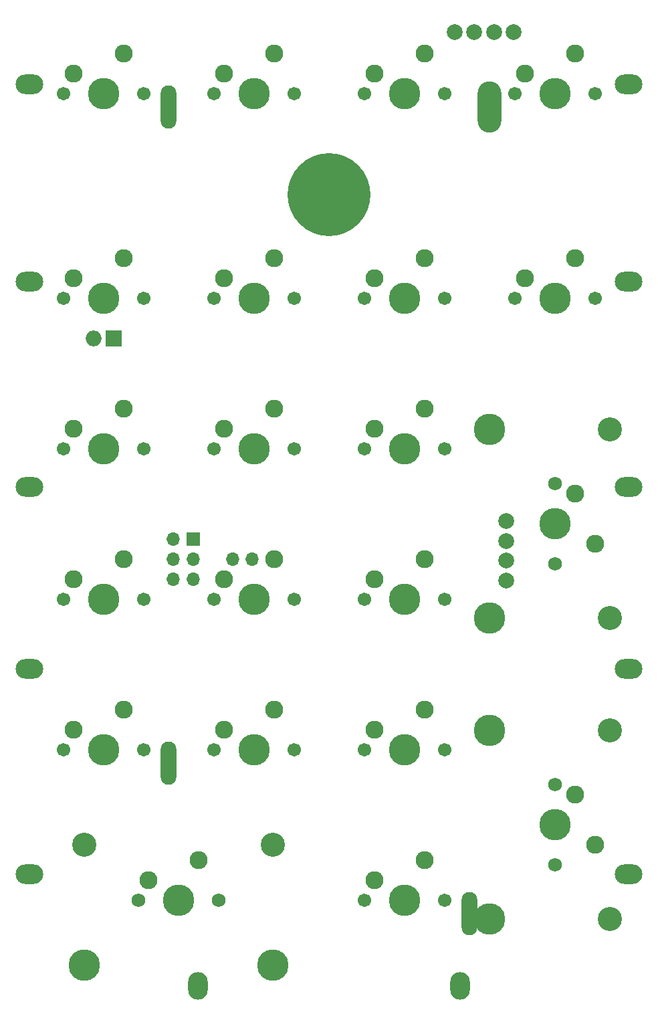
<source format=gbr>
G04 #@! TF.GenerationSoftware,KiCad,Pcbnew,(6.0.1)*
G04 #@! TF.CreationDate,2022-02-07T14:39:17-05:00*
G04 #@! TF.ProjectId,nt210,6e743231-302e-46b6-9963-61645f706362,rev?*
G04 #@! TF.SameCoordinates,Original*
G04 #@! TF.FileFunction,Soldermask,Top*
G04 #@! TF.FilePolarity,Negative*
%FSLAX46Y46*%
G04 Gerber Fmt 4.6, Leading zero omitted, Abs format (unit mm)*
G04 Created by KiCad (PCBNEW (6.0.1)) date 2022-02-07 14:39:17*
%MOMM*%
%LPD*%
G01*
G04 APERTURE LIST*
%ADD10C,2.000000*%
%ADD11C,1.701800*%
%ADD12C,3.987800*%
%ADD13C,2.286000*%
%ADD14O,3.500000X2.500000*%
%ADD15C,3.048000*%
%ADD16C,1.750000*%
%ADD17O,3.000000X6.500000*%
%ADD18O,2.500000X3.500000*%
%ADD19C,10.500000*%
%ADD20R,2.000000X2.000000*%
%ADD21O,2.000000X2.000000*%
%ADD22O,1.700000X1.700000*%
%ADD23O,2.000000X5.500000*%
%ADD24R,1.700000X1.700000*%
G04 APERTURE END LIST*
D10*
X60502800Y-63652400D03*
X53995353Y-1785931D03*
X56495353Y-1785931D03*
X58995353Y-1785931D03*
X61495353Y-1785931D03*
D11*
X33655000Y-9525000D03*
D12*
X28575000Y-9525000D03*
D11*
X23495000Y-9525000D03*
D13*
X31115000Y-4445000D03*
X24765000Y-6985000D03*
D14*
X175008Y-59325008D03*
D12*
X19050008Y-111625008D03*
D15*
X30988008Y-104640008D03*
D12*
X7112008Y-119880008D03*
D16*
X13970008Y-111625008D03*
X24130008Y-111625008D03*
D15*
X7112008Y-104640008D03*
D12*
X30988008Y-119880008D03*
D13*
X21590008Y-106545008D03*
X15240008Y-109085008D03*
D14*
X76025008Y-8325008D03*
D17*
X58425000Y-11275000D03*
D11*
X33655008Y-92575008D03*
D12*
X28575008Y-92575008D03*
D11*
X23495008Y-92575008D03*
D13*
X31115008Y-87495008D03*
X24765008Y-90035008D03*
D11*
X4445008Y-54475008D03*
D12*
X9525008Y-54475008D03*
D11*
X14605008Y-54475008D03*
D13*
X12065008Y-49395008D03*
X5715008Y-51935008D03*
D11*
X4445008Y-92575008D03*
D12*
X9525008Y-92575008D03*
D11*
X14605008Y-92575008D03*
D13*
X12065008Y-87495008D03*
X5715008Y-90035008D03*
D11*
X52705008Y-111625008D03*
D12*
X47625008Y-111625008D03*
D11*
X42545008Y-111625008D03*
D13*
X50165008Y-106545008D03*
X43815008Y-109085008D03*
D10*
X60502800Y-66152400D03*
D18*
X54675008Y-122475008D03*
D14*
X175008Y-33325008D03*
D10*
X60502800Y-68652400D03*
D11*
X4445000Y-9525000D03*
D12*
X9525000Y-9525000D03*
D11*
X14605000Y-9525000D03*
D13*
X12065000Y-4445000D03*
X5715000Y-6985000D03*
D14*
X76025008Y-82325008D03*
X76025008Y-59325008D03*
D19*
X38100008Y-22325008D03*
D12*
X47625008Y-35425008D03*
D11*
X52705008Y-35425008D03*
X42545008Y-35425008D03*
D13*
X50165008Y-30345008D03*
X43815008Y-32885008D03*
D14*
X175008Y-108325008D03*
D20*
X10795008Y-40505008D03*
D21*
X8255008Y-40505008D03*
D22*
X25908000Y-68453000D03*
D11*
X4445008Y-35425008D03*
X14605008Y-35425008D03*
D12*
X9525008Y-35425008D03*
D13*
X12065008Y-30345008D03*
X5715008Y-32885008D03*
D14*
X175008Y-82325008D03*
D11*
X42545008Y-92575008D03*
D12*
X47625008Y-92575008D03*
D11*
X52705008Y-92575008D03*
D13*
X50165008Y-87495008D03*
X43815008Y-90035008D03*
D14*
X76025008Y-108325008D03*
D18*
X21525008Y-122475008D03*
D14*
X76025008Y-33325008D03*
D16*
X66675008Y-58920008D03*
D15*
X73660008Y-75938008D03*
D12*
X58420008Y-52062008D03*
D15*
X73660008Y-52062008D03*
D16*
X66675008Y-69080008D03*
D12*
X58420008Y-75938008D03*
X66675008Y-64000008D03*
D13*
X71755008Y-66540008D03*
X69215008Y-60190008D03*
D11*
X52705008Y-73525008D03*
D12*
X47625008Y-73525008D03*
D11*
X42545008Y-73525008D03*
D13*
X50165008Y-68445008D03*
X43815008Y-70985008D03*
D12*
X28575008Y-54475008D03*
D11*
X33655008Y-54475008D03*
X23495008Y-54475008D03*
D13*
X31115008Y-49395008D03*
X24765008Y-51935008D03*
D11*
X61595008Y-35425008D03*
X71755008Y-35425008D03*
D12*
X66675008Y-35425008D03*
D13*
X69215008Y-30345008D03*
X62865008Y-32885008D03*
D11*
X71755000Y-9525000D03*
D12*
X66675000Y-9525000D03*
D11*
X61595000Y-9525000D03*
D13*
X69215000Y-4445000D03*
X62865000Y-6985000D03*
D14*
X175008Y-8325008D03*
D11*
X23495008Y-35425008D03*
D12*
X28575008Y-35425008D03*
D11*
X33655008Y-35425008D03*
D13*
X31115008Y-30345008D03*
X24765008Y-32885008D03*
D11*
X52705008Y-54475008D03*
X42545008Y-54475008D03*
D12*
X47625008Y-54475008D03*
D13*
X50165008Y-49395008D03*
X43815008Y-51935008D03*
D11*
X33655008Y-73525008D03*
D12*
X28575008Y-73525008D03*
D11*
X23495008Y-73525008D03*
D13*
X31115008Y-68445008D03*
X24765008Y-70985008D03*
D12*
X58420008Y-114038008D03*
D15*
X73660008Y-114038008D03*
D16*
X66675008Y-97020008D03*
X66675008Y-107180008D03*
D12*
X58420008Y-90162008D03*
D15*
X73660008Y-90162008D03*
D12*
X66675008Y-102100008D03*
D13*
X71755008Y-104640008D03*
X69215008Y-98290008D03*
D10*
X60502800Y-71152400D03*
D12*
X9525008Y-73525008D03*
D11*
X4445008Y-73525008D03*
X14605008Y-73525008D03*
D13*
X12065008Y-68445008D03*
X5715008Y-70985008D03*
D22*
X28321000Y-68453000D03*
D11*
X52705000Y-9525000D03*
D12*
X47625000Y-9525000D03*
D11*
X42545000Y-9525000D03*
D13*
X50165000Y-4445000D03*
X43815000Y-6985000D03*
D23*
X17775008Y-94325008D03*
X55875040Y-113375072D03*
D24*
X20915321Y-65920987D03*
D22*
X18375321Y-65920987D03*
X20915321Y-68460987D03*
X18375321Y-68460987D03*
X20915321Y-71000987D03*
X18375321Y-71000987D03*
D23*
X17775000Y-11275000D03*
M02*

</source>
